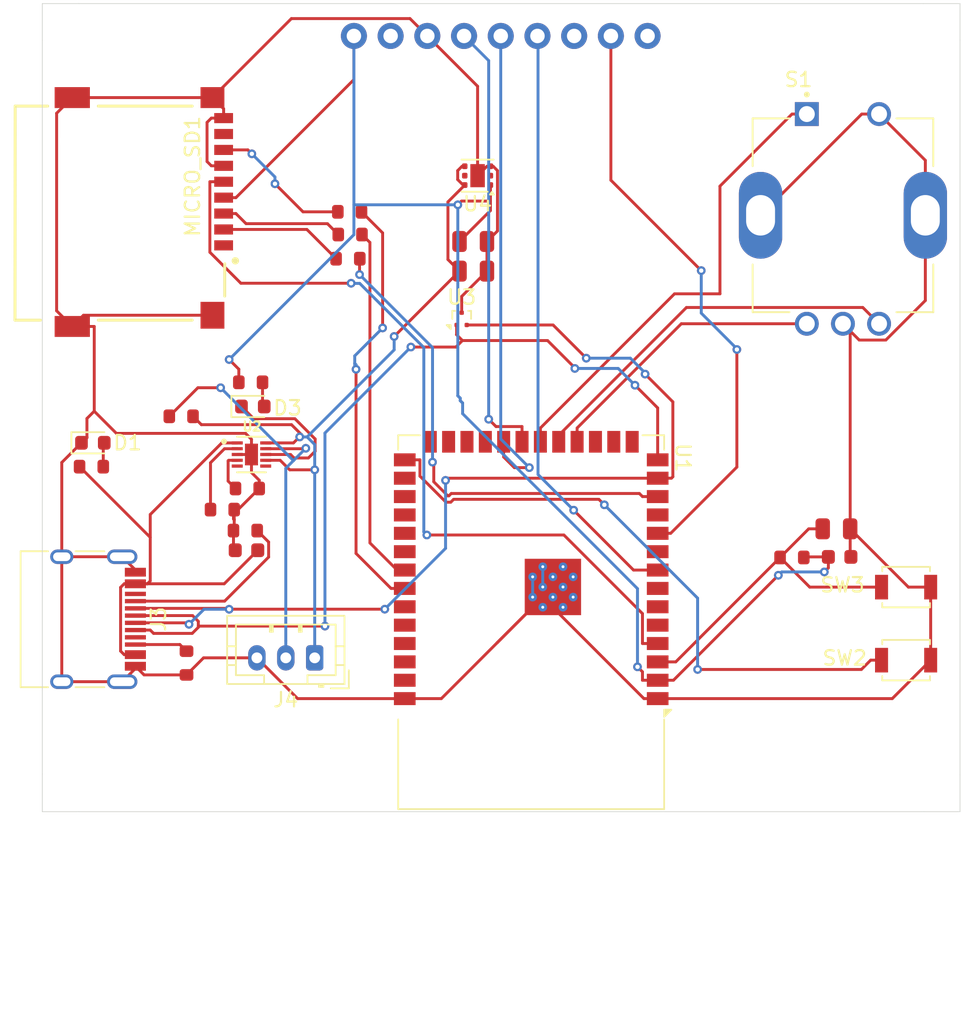
<source format=kicad_pcb>
(kicad_pcb (version 20241229) (generator "pcbnew") (generator_version "9.0")
  (layers (0 "F.Cu" signal) (2 "B.Cu" signal) (13 "F.Paste" user) (15 "B.Paste" user) (5 "F.SilkS" user "F.Silkscreen") (7 "B.SilkS" user "B.Silkscreen") (1 "F.Mask" user) (3 "B.Mask" user) (25 "Edge.Cuts" user))
  (net 0 "")
  (net 1 "GND")
  (net 2 "+3V3")
  (net 3 "EN")
  (net 4 "Net-(D1-A)")
  (net 5 "BAT_CHG")
  (net 6 "Net-(D3-A)")
  (net 8 "SD_CLK")
  (net 9 "Net-(MICRO_SD1-DAT0)")
  (net 10 "Net-(MICRO_SD1-CD{slash}DAT3)")
  (net 12 "Net-(MICRO_SD1-CMD)")
  (net 13 "+5V")
  (net 14 "RT_CLK")
  (net 15 "RT_DT")
  (net 16 "RT_SW")
  (net 17 "GPIO0")
  (net 19 "DISP_CS")
  (net 22 "D+")
  (net 24 "DISP_DI")
  (net 27 "D-")
  (net 31 "SD_CS")
  (net 32 "SD_MOSI")
  (net 39 "DISP_DISP")
  (net 44 "DISP_CLK")
  (net 45 "SD_MISO")
  (net 51 "SYS_OUT")
  (net 56 "Net-(J3-CC1)")
  (net 57 "Net-(J3-CC2)")
  (net 59 "BAT_NTC")
  (net 60 "Net-(U2-ISET)")
  (net 61 "Net-(U2-PRETERM)")
  (footprint "PCM_JLCPCB:R_0603" (layer "F.Cu") (at 171.2 65.73 180)
    (property "Reference" "R14" (hide yes))
    (property "Value" "10kΩ" (hide yes))
  )
  (footprint "MountingHole:MountingHole_2.5mm" (layer "F.Cu") (at 210.87 52.3)
    (property "Reference" "Mount2" (hide yes))
    (property "Value" "MountingHole_2.5mm" (hide yes))
  )
  (footprint "Package_SON:WSON-6-1EP_2x2mm_P0.65mm_EP1x1.6mm" (layer "F.Cu") (at 180.02 61.66 180)
    (property "Reference" "U4")
    (property "Value" "TLV75533PDRV" (hide yes))
  )
  (footprint "Package_TO_SOT_SMD:Texas_DRT-3" (layer "F.Cu") (at 178.92 71.56)
    (property "Reference" "U3")
    (property "Value" "TPD2EUSB30" (hide yes))
  )
  (footprint "PCM_JLCPCB:R_0603" (layer "F.Cu") (at 164.32 75.95)
    (property "Reference" "R12" (hide yes))
    (property "Value" "2.2K" (hide yes))
  )
  (footprint "PCM_JLCPCB:C_0603" (layer "F.Cu") (at 164.03 87.56 180)
    (property "Reference" "C1" (hide yes))
    (property "Value" "4.7uF" (hide yes))
  )
  (footprint "PCM_JLCPCB:C_0805" (layer "F.Cu") (at 179.72 66.21)
    (property "Reference" "C3" (hide yes))
    (property "Value" "10uF" (hide yes))
  )
  (footprint "PCM_JLCPCB:R_0603" (layer "F.Cu") (at 171.05 67.4 180)
    (property "Reference" "R11" (hide yes))
    (property "Value" "10kΩ" (hide yes))
  )
  (footprint "LED_SMD:LED_0603_1608Metric" (layer "F.Cu") (at 153.4 80.13)
    (property "Reference" "D1")
    (property "Value" "LED" (hide yes))
  )
  (footprint "Button_Switch_SMD:SW_SPST_B3U-1000P" (layer "F.Cu") (at 209.67 95.16 180)
    (property "Reference" "SW2")
    (property "Value" "SW_SPST" (hide yes))
  )
  (footprint "PCM_JLCPCB:R_0603" (layer "F.Cu") (at 201.77 88.06 180)
    (property "Reference" "R9" (hide yes))
    (property "Value" "5.1K" (hide yes))
  )
  (footprint "Connector_USB:USB_C_Receptacle_HRO_TYPE-C-31-M-12" (layer "F.Cu") (at 152.3 92.33 -90)
    (property "Reference" "J3")
    (property "Value" "USB_C_Receptacle_USB2.0_16P" (hide yes))
  )
  (footprint "MountingHole:MountingHole_2.5mm" (layer "F.Cu") (at 152.4387 52.2887)
    (property "Reference" "Mount1" (hide yes))
    (property "Value" "MountingHole_2.5mm" (hide yes))
  )
  (footprint "PCM_JLCPCB:C_0603" (layer "F.Cu") (at 205.07 88.02)
    (property "Reference" "C4" (hide yes))
    (property "Value" "100n" (hide yes))
  )
  (footprint "MountingHole:MountingHole_2.5mm" (layer "F.Cu") (at 152.44 103.1)
    (property "Reference" "Mount3" (hide yes))
    (property "Value" "MountingHole_2.5mm" (hide yes))
  )
  (footprint "PCM_JLCPCB:R_0603" (layer "F.Cu") (at 159.88 95.36 -90)
    (property "Reference" "R5" (hide yes))
    (property "Value" "5.1kΩ" (hide yes))
  )
  (footprint "MountingHole:MountingHole_2.5mm" (layer "F.Cu") (at 210.87 103.1)
    (property "Reference" "Mount4" (hide yes))
    (property "Value" "MountingHole_2.5mm" (hide yes))
  )
  (footprint "PCM_JLCPCB:R_0603" (layer "F.Cu") (at 162.36 84.75 180)
    (property "Reference" "R6" (hide yes))
    (property "Value" "1kΩ" (hide yes))
  )
  (footprint "PCM_JLCPCB:C_0805" (layer "F.Cu") (at 179.72 68.26)
    (property "Reference" "C2" (hide yes))
    (property "Value" "10uF" (hide yes))
  )
  (footprint "PCM_JLCPCB:R_0603" (layer "F.Cu") (at 159.51 78.3 180)
    (property "Reference" "R8" (hide yes))
    (property "Value" "10kΩ" (hide yes))
  )
  (footprint "Connector_JST:JST_PH_B3B-PH-K_1x03_P2.00mm_Vertical" (layer "F.Cu") (at 168.75 95 180)
    (property "Reference" "J4")
    (property "Value" "Conn_01x03" (hide yes))
  )
  (footprint "Button_Switch_SMD:SW_SPST_B3U-1000P" (layer "F.Cu") (at 209.67 90.11 180)
    (property "Reference" "SW3")
    (property "Value" "SW_SPST" (hide yes))
  )
  (footprint "PCM_JLCPCB:R_0603" (layer "F.Cu") (at 171.17 64.16 180)
    (property "Reference" "R13" (hide yes))
    (property "Value" "10kΩ" (hide yes))
  )
  (footprint "RF_Module:ESP32-S3-WROOM-1" (layer "F.Cu") (at 183.73 92.56 180)
    (property "Reference" "U1")
    (property "Value" "ESP32-S3-WROOM-1")
  )
  (footprint "PCM_JLCPCB:R_0603" (layer "F.Cu") (at 153.3 81.78)
    (property "Reference" "R10" (hide yes))
    (property "Value" "5.1K" (hide yes))
  )
  (footprint "PCM_JLCPCB:R_0603" (layer "F.Cu") (at 163.95 86.2)
    (property "Reference" "R4" (hide yes))
    (property "Value" "5.1kΩ" (hide yes))
  )
  (footprint "Pin01x09:Pins01x09" (layer "F.Cu") (at 171.463 52 90)
    (property "Reference" "J1" (hide yes))
    (property "Value" "Conn_01x09_Socket" (hide yes))
  )
  (footprint "TF-01A:TF-01A" (layer "F.Cu") (at 155.275 64.25 -90)
    (property "Reference" "MICRO_SD1")
    (property "Value" "TF-01A")
  )
  (footprint "BQ24040DSQR:SON40P200X200X80-11N" (layer "F.Cu") (at 164.375 80.94)
    (property "Reference" "U2")
    (property "Value" "BQ24040DSQR" (hide yes))
  )
  (footprint "RotatoryEncoder:XDCR_PEC11R-4220F-S0024" (layer "F.Cu") (at 205.3 64.4)
    (property "Reference" "S1")
    (property "Value" "PEC11R-4220F-S0024" (hide yes))
  )
  (footprint "PCM_JLCPCB:C_0805" (layer "F.Cu") (at 204.85 86.08)
    (property "Reference" "C5" (hide yes))
    (property "Value" "10uF" (hide yes))
  )
  (footprint "LED_SMD:LED_0603_1608Metric" (layer "F.Cu") (at 164.47 77.62)
    (property "Reference" "D3")
    (property "Value" "LED" (hide yes))
  )
  (footprint "PCM_JLCPCB:R_0603" (layer "F.Cu") (at 164.09 83.29 180)
    (property "Reference" "R7" (hide yes))
    (property "Value" "10kΩ" (hide yes))
  )
  (gr_line (start 213.4 105.6) (end 213.4 105.64) (stroke (width 0.05)) (layer "Edge.Cuts"))
  (gr_line (start 149.9 103.04) (end 149.9 105.64) (stroke (width 0.05)) (layer "Edge.Cuts"))
  (gr_line (start 149.9 49.76) (end 149.9 52.3) (stroke (width 0.05)) (layer "Edge.Cuts"))
  (gr_line (start 210.86 49.76) (end 213.4 49.76) (stroke (width 0.05)) (layer "Edge.Cuts"))
  (gr_line (start 213.4 52.3) (end 213.4 103.1) (stroke (width 0.05)) (layer "Edge.Cuts"))
  (gr_line (start 210.9 105.639685) (end 213.4 105.64) (stroke (width 0.05)) (layer "Edge.Cuts"))
  (gr_line (start 152.44 49.76) (end 149.9 49.76) (stroke (width 0.05)) (layer "Edge.Cuts"))
  (gr_line (start 149.9 103.04) (end 149.9 52.3) (stroke (width 0.05)) (layer "Edge.Cuts"))
  (gr_line (start 152.44 49.76) (end 210.86 49.76) (stroke (width 0.05)) (layer "Edge.Cuts"))
  (gr_line (start 213.4 103.1) (end 213.4 105.6) (stroke (width 0.05)) (layer "Edge.Cuts"))
  (gr_line (start 213.4 52.3) (end 213.4 49.76) (stroke (width 0.05)) (layer "Edge.Cuts"))
  (gr_line (start 152.44 105.64) (end 210.9 105.639685) (stroke (width 0.05)) (layer "Edge.Cuts"))
  (gr_line (start 152.44 105.64) (end 149.9 105.64) (stroke (width 0.05)) (layer "Edge.Cuts"))
  (segment (start 152.9672 79.7748) (end 152.9672 79.7753) (width 0.2) (layer "F.Cu") (net 1))
  (segment (start 156.345 89.08) (end 156.345 88.925) (width 0.2) (layer "F.Cu") (net 1))
  (segment (start 152.9817 79.7603) (end 152.9817 79.7608) (width 0.2) (layer "F.Cu") (net 1))
  (segment (start 156.345 95.58) (end 156.345 95.735) (width 0.2) (layer "F.Cu") (net 1))
  (segment (start 152.9667 79.7753) (end 152.9667 79.7758) (width 0.2) (layer "F.Cu") (net 1))
  (segment (start 152.9842 79.7583) (end 152.9837 79.7583) (width 0.2) (layer "F.Cu") (net 1))
  (segment (start 184.53 90.1) (end 185.23 90.1) (width 0.2) (layer "F.Cu") (net 1))
  (segment (start 163.18 84.75) (end 163.18 85.45) (width 0.2) (layer "F.Cu") (net 1))
  (segment (start 176.543 52) (end 175.342 50.799) (width 0.2) (layer "F.Cu") (net 1))
  (segment (start 162.449 57.0352) (end 161.675 56.2614) (width 0.2) (layer "F.Cu") (net 1))
  (segment (start 152.9862 79.7558) (end 152.9862 79.7563) (width 0.2) (layer "F.Cu") (net 1))
  (segment (start 152.9627 79.7793) (end 152.612 80.13) (width 0.2) (layer "F.Cu") (net 1))
  (segment (start 152.9702 79.7723) (end 152.9697 79.7723) (width 0.2) (layer "F.Cu") (net 1))
  (segment (start 152.9822 79.7603) (end 152.9817 79.7603) (width 0.2) (layer "F.Cu") (net 1))
  (segment (start 180.67 61.01) (end 180.02 61.66) (width 0.2) (layer "F.Cu") (net 1))
  (segment (start 152.9827 79.7598) (end 152.9822 79.7598) (width 0.2) (layer "F.Cu") (net 1))
  (segment (start 152.9812 79.7608) (end 152.9812 79.7613) (width 0.2) (layer "F.Cu") (net 1))
  (segment (start 178.92 70.01) (end 180.67 68.26) (width 0.2) (layer "F.Cu") (net 1))
  (segment (start 155.43 96.65) (end 151.25 96.65) (width 0.2) (layer "F.Cu") (net 1))
  (segment (start 180.67 66.21) (end 180.67 68.26) (width 0.2) (layer "F.Cu") (net 1))
  (segment (start 192.48 97.82) (end 208.71 97.82) (width 0.2) (layer "F.Cu") (net 1))
  (segment (start 152.9682 79.7743) (end 152.9677 79.7743) (width 0.2) (layer "F.Cu") (net 1))
  (segment (start 152.9692 79.7733) (end 152.9687 79.7733) (width 0.2) (layer "F.Cu") (net 1))
  (segment (start 152.9707 79.7718) (end 152.9702 79.7718) (width 0.2) (layer "F.Cu") (net 1))
  (segment (start 152.9782 79.7643) (end 152.9777 79.7643) (width 0.2) (layer "F.Cu") (net 1))
  (segment (start 205.8 72.4) (end 205.3 71.9) (width 0.2) (layer "F.Cu") (net 1))
  (segment (start 152.9647 79.7778) (end 152.9642 79.7778) (width 0.2) (layer "F.Cu") (net 1))
  (segment (start 152.9812 79.7613) (end 152.9807 79.7613) (width 0.2) (layer "F.Cu") (net 1))
  (segment (start 152.9637 79.7788) (end 152.9632 79.7788) (width 0.2) (layer "F.Cu") (net 1))
  (segment (start 152.9727 79.7693) (end 152.9727 79.7698) (width 0.2) (layer "F.Cu") (net 1))
  (segment (start 152.9647 79.7773) (end 152.9647 79.7778) (width 0.2) (layer "F.Cu") (net 1))
  (segment (start 152.9787 79.7638) (end 152.9782 79.7638) (width 0.2) (layer "F.Cu") (net 1))
  (segment (start 152.9752 79.7668) (end 152.9752 79.7673) (width 0.2) (layer "F.Cu") (net 1))
  (segment (start 211.37 95.16) (end 211.37 90.11) (width 0.2) (layer "F.Cu") (net 1))
  (segment (start 152.9677 79.7748) (end 152.9672 79.7748) (width 0.2) (layer "F.Cu") (net 1))
  (segment (start 183.83 91.5) (end 183.83 90.8) (width 0.2) (layer "F.Cu") (net 1))
  (segment (start 205.3 71.9) (end 206.426 73.026) (width 0.2) (layer "F.Cu") (net 1))
  (segment (start 211 60.6) (end 207.8 57.4) (width 0.2) (layer "F.Cu") (net 1))
  (segment (start 163.25 87.56) (end 163.17 87.56) (width 0.2) (layer "F.Cu") (net 1))
  (segment (start 205.8 87.97) (end 205.85 88.02) (width 0.2) (layer "F.Cu") (net 1))
  (segment (start 152.9892 79.7533) (end 152.9887 79.7533) (width 0.2) (layer "F.Cu") (net 1))
  (segment (start 211 70.2924) (end 211 64.4) (width 0.2) (layer "F.Cu") (net 1))
  (segment (start 152.9717 79.7703) (end 152.9717 79.7708) (width 0.2) (layer "F.Cu") (net 1))
  (segment (start 152.9832 79.7593) (end 152.9827 79.7593) (width 0.2) (layer "F.Cu") (net 1))
  (segment (start 152.9667 79.7758) (end 152.9662 79.7758) (width 0.2) (layer "F.Cu") (net 1))
  (segment (start 152.9702 79.7718) (end 152.9702 79.7723) (width 0.2) (layer "F.Cu") (net 1))
  (segment (start 152.9657 79.7768) (end 152.9652 79.7768) (width 0.2) (layer "F.Cu") (net 1))
  (segment (start 152.9747 79.7673) (end 152.9747 79.7678) (width 0.2) (layer "F.Cu") (net 1))
  (segment (start 185.23 91.16) (end 185.23 90.8) (width 0.2) (layer "F.Cu") (net 1))
  (segment (start 163.18 84.75) (end 163.45 84.75) (width 0.2) (layer "F.Cu") (net 1))
  (segment (start 152.9867 79.7558) (end 152.9862 79.7558) (width 0.2) (layer "F.Cu") (net 1))
  (segment (start 152.9877 79.7543) (end 152.9877 79.7548) (width 0.2) (layer "F.Cu") (net 1))
  (segment (start 164.375 80.94) (end 164.375 79.8883) (width 0.2) (layer "F.Cu") (net 1))
  (segment (start 153.4959 77.9466) (end 152.9902 78.4523) (width 0.2) (layer "F.Cu") (net 1))
  (segment (start 174.98 97.82) (end 167.57 97.82) (width 0.2) (layer "F.Cu") (net 1))
  (segment (start 155.43 88.01) (end 151.25 88.01) (width 0.2) (layer "F.Cu") (net 1))
  (segment (start 152.9802 79.7623) (end 152.9797 79.7623) (width 0.2) (layer "F.Cu") (net 1))
  (segment (start 152.9632 79.7788) (end 152.9632 79.7793) (width 0.2) (layer "F.Cu") (net 1))
  (segment (start 163.18 85.45) (end 163.18 86.15) (width 0.2) (layer "F.Cu") (net 1))
  (segment (start 152.9797 79.7623) (end 152.9797 79.7628) (width 0.2) (layer "F.Cu") (net 1))
  (segment (start 152.9712 79.7708) (end 152.9712 79.7713) (width 0.2) (layer "F.Cu") (net 1))
  (segment (start 152.9862 79.7563) (end 152.9857 79.7563) (width 0.2) (layer "F.Cu") (net 1))
  (segment (start 211 64.4) (end 211 60.6) (width 0.2) (layer "F.Cu") (net 1))
  (segment (start 181.37 93.96) (end 185.23 90.1) (width 0.2) (layer "F.Cu") (net 1))
  (segment (start 164.75 95) (end 161.06 95) (width 0.2) (layer "F.Cu") (net 1))
  (segment (start 211.37 90.11) (end 209.83 90.11) (width 0.2) (layer "F.Cu") (net 1))
  (segment (start 152.9777 79.7648) (end 152.9772 79.7648) (width 0.2) (layer "F.Cu") (net 1))
  (segment (start 150.893 71.0046) (end 150.893 57.343) (width 0.2) (layer "F.Cu") (net 1))
  (segment (start 152.9872 79.7548) (end 152.9872 79.7553) (width 0.2) (layer "F.Cu") (net 1))
  (segment (start 209.83 90.11) (end 205.8 86.08) (width 0.2) (layer "F.Cu") (net 1))
  (segment (start 152.9692 79.7728) (end 152.9692 79.7733) (width 0.2) (layer "F.Cu") (net 1))
  (segment (start 152.9742 79.7683) (end 152.9737 79.7683) (width 0.2) (layer "F.Cu") (net 1))
  (segment (start 181.396 65.484) (end 181.396 61.311) (width 0.2) (layer "F.Cu") (net 1))
  (segment (start 152.9877 79.7548) (end 152.9872 79.7548) (width 0.2) (layer "F.Cu") (net 1))
  (segment (start 180.9075 61.01) (end 180.67 61.01) (width 0.2) (layer "F.Cu") (net 1))
  (segment (start 163.13 85.4) (end 163.13 84.85) (width 0.2) (layer "F.Cu") (net 1))
  (segment (start 152.9792 79.7628) (end 152.9792 79.7633) (width 0.2) (layer "F.Cu") (net 1))
  (segment (start 152.9897 79.7528) (end 152.9892 79.7528) (width 0.2) (layer "F.Cu") (net 1))
  (segment (start 180.02 55.477) (end 176.543 52) (width 0.2) (layer "F.Cu") (net 1))
  (segment (start 161.06 95) (end 159.88 96.18) (width 0.2) (layer "F.Cu") (net 1))
  (segment (start 191.53 97.82) (end 185.23 91.52) (width 0.2) (layer "F.Cu") (net 1))
  (segment (start 152.9642 79.7783) (end 152.9637 79.7783) (width 0.2) (layer "F.Cu") (net 1))
  (segment (start 185.23 90.45) (end 185.58 90.45) (width 0.2) (layer "F.Cu") (net 1))
  (segment (start 207.8 57.4) (end 206.6 57.4) (width 0.2) (layer "F.Cu") (net 1))
  (segment (start 152.9672 79.7753) (end 152.9667 79.7753) (width 0.2) (layer "F.Cu") (net 1))
  (segment (start 167.57 97.82) (end 164.75 95) (width 0.2) (layer "F.Cu") (net 1))
  (segment (start 152.75 71.3112) (end 151.975 72.0862) (width 0.2) (layer "F.Cu") (net 1))
  (segment (start 152.9737 79.7683) (end 152.9737 79.7688) (width 0.2) (layer "F.Cu") (net 1))
  (segment (start 152.9757 79.7663) (end 152.9757 79.7668) (width 0.2) (layer "F.Cu") (net 1))
  (segment (start 156.345 88.925) (end 155.43 88.01) (width 0.2) (layer "F.Cu") (net 1))
  (segment (start 185.23 90.8) (end 185.23 90.45) (width 0.2) (layer "F.Cu") (net 1))
  (segment (start 180.67 66.21) (end 181.396 65.484) (width 0.2) (layer "F.Cu") (net 1))
  (segment (start 161.675 71.3112) (end 152.75 71.3112) (width 0.2) (layer "F.Cu") (net 1))
  (segment (start 152.9662 79.7763) (end 152.9657 79.7763) (width 0.2) (layer "F.Cu") (net 1))
  (segment (start 152.9722 79.7703) (end 152.9717 79.7703) (width 0.2) (layer "F.Cu") (net 1))
  (segment (start 152.9807 79.7618) (end 152.9802 79.7618) (width 0.2) (layer "F.Cu") (net 1))
  (segment (start 152.9752 79.7673) (end 152.9747 79.7673) (width 0.2) (layer "F.Cu") (net 1))
  (segment (start 181.095 61.01) (end 180.9075 61.01) (width 0.2) (layer "F.Cu") (net 1))
  (segment (start 152.9627 79.7798) (end 152.6125 80.13) (width 0.2) (layer "F.Cu") (net 1))
  (segment (start 163.9659 79.4792) (end 164.375 79.8883) (width 0.2) (layer "F.Cu") (net 1))
  (segment (start 152.9677 79.7743) (end 152.9677 79.7748) (width 0.2) (layer "F.Cu") (net 1))
  (segment (start 185.77 91.34) (end 185.93 91.5) (width 0.2) (layer "F.Cu") (net 1))
  (segment (start 152.9842 79.7578) (end 152.9842 79.7583) (width 0.2) (layer "F.Cu") (net 1))
  (segment (start 152.9837 79.7583) (end 152.9837 79.7588) (width 0.2) (layer "F.Cu") (net 1))
  (segment (start 185.23 91.34) (end 185.77 91.34) (width 0.2) (layer "F.Cu") (net 1))
  (segment (start 152.9772 79.7653) (end 152.9767 79.7653) (width 0.2) (layer "F.Cu") (net 1))
  (segment (start 164.91 83.29) (end 164.91 82.72) (width 0.2) (layer "F.Cu") (net 1))
  (segment (start 151.25 81.4925) (end 152.612 80.13) (width 0.2) (layer "F.Cu") (net 1))
  (segment (start 152.9807 79.7613) (end 152.9807 79.7618) (width 0.2) (layer "F.Cu") (net 1))
  (segment (start 152.9632 79.7793) (end 152.9627 79.7793) (width 0.2) (layer "F.Cu") (net 1))
  (segment (start 152.9887 79.7538) (end 152.9882 79.7538) (width 0.2) (layer "F.Cu") (net 1))
  (segment (start 152.9897 79.7523) (end 152.9897 79.7528) (width 0.2) (layer "F.Cu") (net 1))
  (segment (start 152.9857 79.7568) (end 152.9852 79.7568) (width 0.2) (layer "F.Cu") (net 1))
  (segment (start 161.675 56.2614) (end 151.975 56.2614) (width 0.2) (layer "F.Cu") (net 1))
  (segment (start 162.4488 57.6798) (end 162.449 57.6798) (width 0.2) (layer "F.Cu") (net 1))
  (segment (start 151.25 96.65) (end 151.25 88.01) (width 0.2) (layer "F.Cu") (net 1))
  (segment (start 152.9732 79.7688) (end 152.9732 79.7693) (width 0.2) (layer "F.Cu") (net 1))
  (segment (start 163.13 86.2) (end 163.13 87.6) (width 0.2) (layer "F.Cu") (net 1))
  (segment (start 152.9817 79.7608) (end 152.9812 79.7608) (width 0.2) (layer "F.Cu") (net 1))
  (segment (start 152.9652 79.7768) (end 152.9652 79.7773) (width 0.2) (layer "F.Cu") (net 1))
  (segment (start 152.9847 79.7573) (end 152.9847 79.7578) (width 0.2) (layer "F.Cu") (net 1))
  (segment (start 152.9762 79.7658) (end 152.9762 79.7663) (width 0.2) (layer "F.Cu") (net 1))
  (segment (start 161.599 60.9798) (end 161.3 60.681) (width 0.2) (layer "F.Cu") (net 1))
  (segment (start 151.25 88.01) (end 151.25 81.4925) (width 0.2) (layer "F.Cu") (net 1))
  (segment (start 156.945 96.18) (end 156.345 95.58) (width 0.2) (layer "F.Cu") (net 1))
  (segment (start 181.396 61.311) (end 181.095 61.01) (width 0.2) (layer "F.Cu") (net 1))
  (segment (start 167.137 50.799) (end 161.675 56.2614) (width 0.2) (layer "F.Cu") (net 1))
  (segment (start 192.48 97.82) (end 191.53 97.82) (width 0.2) (layer "F.Cu") (net 1))
  (segment (start 152.9792 79.7633) (end 152.9787 79.7633) (width 0.2) (layer "F.Cu") (net 1))
  (segment (start 152.9747 79.7678) (end 152.9742 79.7678) (width 0.2) (layer "F.Cu") (net 1))
  (segment (start 151.975 72.0862) (end 153.4959 72.0862) (width 0.2) (layer "F.Cu") (net 1))
  (segment (start 163.17 87.56) (end 163.13 87.6) (width 0.2) (layer "F.Cu") (net 1))
  (segment (start 181.37 93.96) (end 183.83 91.5) (width 0.2) (layer "F.Cu") (net 1))
  (segment (start 152.9737 79.7688) (end 152.9732 79.7688) (width 0.2) (layer "F.Cu") (net 1))
  (segment (start 185.23 91.16) (end 184.87 91.16) (width 0.2) (layer "F.Cu") (net 1))
  (segment (start 163.18 85.45) (end 163.13 85.4) (width 0.2) (layer "F.Cu") (net 1))
  (segment (start 161.599 57.6798) (end 162.4488 57.6798) (width 0.2) (layer "F.Cu") (net 1))
  (segment (start 151.975 72.0862) (end 150.893 71.0046) (width 0.2) (layer "F.Cu") (net 1))
  (segment (start 163.13 84.85) (end 163.14 84.84) (width 0.2) (layer "F.Cu") (net 1))
  (segment (start 152.9782 79.7638) (end 152.9782 79.7643) (width 0.2) (layer "F.Cu") (net 1))
  (segment (start 152.9847 79.7578) (end 152.9842 79.7578) (width 0.2) (layer "F.Cu") (net 1))
  (segment (start 185.23 90.45) (end 185.23 90.1) (width 0.2) (layer "F.Cu") (net 1))
  (segment (start 152.9772 79.7648) (end 152.9772 79.7653) (width 0.2) (layer "F.Cu") (net 1))
  (segment (start 185.23 89.4) (end 183.83 89.4) (width 0.2) (layer "F.Cu") (net 1))
  (segment (start 155.0285 79.4792) (end 163.9659 79.4792) (width 0.2) (layer "F.Cu") (net 1))
  (segment (start 180.02 61.66) (end 180.02 55.477) (width 0.2) (layer "F.Cu") (net 1))
  (segment (start 152.9822 79.7598) (end 152.9822 79.7603) (width 0.2) (layer "F.Cu") (net 1))
  (segment (start 178.92 71.135) (end 178.92 70.01) (width 0.2) (layer "F.Cu") (net 1))
  (segment (start 163.18 86.15) (end 163.13 86.2) (width 0.2) (layer "F.Cu") (net 1))
  (segment (start 152.9892 79.7528) (end 152.9892 79.7533) (width 0.2) (layer "F.Cu") (net 1))
  (segment (start 185.23 91.52) (end 185.23 91.34) (width 0.2) (layer "F.Cu") (net 1))
  (segment (start 184.87 91.16) (end 184.53 91.5) (width 0.2) (layer "F.Cu") (net 1))
  (segment (start 177.51 97.82) (end 181.37 93.96) (width 0.2) (layer "F.Cu") (net 1))
  (segment (start 152.9777 79.7643) (end 152.9777 79.7648) (width 0.2) (layer "F.Cu") (net 1))
  (segment (start 208.266 73.026) (end 211 70.2924) (width 0.2) (layer "F.Cu") (net 1))
  (segment (start 163.27 84.66) (end 163.18 84.75) (width 0.2) (layer "F.Cu") (net 1))
  (segment (start 174.98 97.82) (end 177.51 97.82) (width 0.2) (layer "F.Cu") (net 1))
  (segment (start 152.9902 78.4523) (end 152.9902 79.7523) (width 0.2) (layer "F.Cu") (net 1))
  (segment (start 152.9837 79.7588) (end 152.9832 79.7588) (width 0.2) (layer "F.Cu") (net 1))
  (segment (start 152.9687 79.7733) (end 152.9687 79.7738) (width 0.2) (layer "F.Cu") (net 1))
  (segment (start 152.9697 79.7723) (end 152.9697 79.7728) (width 0.2) (layer "F.Cu") (net 1))
  (segment (start 159.88 96.18) (end 156.945 96.18) (width 0.2) (layer "F.Cu") (net 1))
  (segment (start 186.63 89.4) (end 185.23 89.4) (width 0.2) (layer "F.Cu") (net 1))
  (segment (start 152.9787 79.7633) (end 152.9787 79.7638) (width 0.2) (layer "F.Cu") (net 1))
  (segment (start 152.9732 79.7693) (end 152.9727 79.7693) (width 0.2) (layer "F.Cu") (net 1))
  (segment (start 153.4959 77.9466) (end 155.0285 79.4792) (width 0.2) (layer "F.Cu") (net 1))
  (segment (start 152.9652 79.7773) (end 152.9647 79.7773) (width 0.2) (layer "F.Cu") (net 1))
  (segment (start 186.63 90.8) (end 185.23 90.8) (width 0.2) (layer "F.Cu") (net 1))
  (segment (start 152.9902 79.7523) (end 152.9897 79.7523) (width 0.2) (layer "F.Cu") (net 1))
  (segment (start 153.4959 72.0862) (end 153.4959 77.9466) (width 0.2) (layer "F.Cu") (net 1))
  (segment (start 152.9637 79.7783) (end 152.9637 79.7788) (width 0.2) (layer "F.Cu") (net 1))
  (segment (start 152.9827 79.7593) (end 152.9827 79.7598) (width 0.2) (layer "F.Cu") (net 1))
  (segment (start 152.9722 79.7698) (end 152.9722 79.7703) (width 0.2) (layer "F.Cu") (net 1))
  (segment (start 206.426 73.026) (end 208.266 73.026) (width 0.2) (layer "F.Cu") (net 1))
  (segment (start 152.9767 79.7658) (end 152.9762 79.7658) (width 0.2) (layer "F.Cu") (net 1))
  (segment (start 152.9882 79.7538) (end 152.9882 79.7543) (width 0.2) (layer "F.Cu") (net 1))
  (segment (start 152.9797 79.7628) (end 152.9792 79.7628) (width 0.2) (layer "F.Cu") (net 1))
  (segment (start 185.93 88.7) (end 184.53 88.7) (width 0.2) (layer "F.Cu") (net 1))
  (segment (start 205.8 86.08) (end 205.8 87.97) (width 0.2) (layer "F.Cu") (net 1))
  (segment (start 163.13 87.6) (end 163.09 87.64) (width 0.2) (layer "F.Cu") (net 1))
  (segment (start 152.9762 79.7663) (end 152.9757 79.7663) (width 0.2) (layer "F.Cu") (net 1))
  (segment (start 152.9707 79.7713) (end 152.9707 79.7718) (width 0.2) (layer "F.Cu") (net 1))
  (segment (start 152.9882 79.7543) (end 152.9877 79.7543) (width 0.2) (layer "F.Cu") (net 1))
  (segment (start 152.9832 79.7588) (end 152.9832 79.7593) (width 0.2) (layer "F.Cu") (net 1))
  (segment (start 152.9742 79.7678) (end 152.9742 79.7683) (width 0.2) (layer "F.Cu") (net 1))
  (segment (start 185.23 91.34) (end 185.23 91.16) (width 0.2) (layer "F.Cu") (net 1))
  (segment (start 152.9682 79.7738) (end 152.9682 79.7743) (width 0.2) (layer "F.Cu") (net 1))
  (segment (start 164.375 82.185) (end 164.375 80.94) (width 0.2) (layer "F.Cu") (net 1))
  (segment (start 152.9852 79.7573) (end 152.9847 79.7573) (width 0.2) (layer "F.Cu") (net 1))
  (segment (start 152.9642 79.7778) (end 152.9642 79.7783) (width 0.2) (layer "F.Cu") (net 1))
  (segment (start 206.6 57.4) (end 199.6 64.4) (width 0.2) (layer "F.Cu") (net 1))
  (segment (start 163.45 84.75) (end 164.91 83.29) (width 0.2) (layer "F.Cu") (net 1))
  (segment (start 152.9852 79.7568) (end 152.9852 79.7573) (width 0.2) (layer "F.Cu") (net 1))
  (segment (start 162.449 57.6798) (end 162.449 57.0352) (width 0.2) (layer "F.Cu") (net 1))
  (segment (start 152.9687 79.7738) (end 152.9682 79.7738) (width 0.2) (layer "F.Cu") (net 1))
  (segment (start 185.58 90.45) (end 185.93 90.1) (width 0.2) (layer "F.Cu") (net 1))
  (segment (start 175.342 50.799) (end 167.137 50.799) (width 0.2) (layer "F.Cu") (net 1))
  (segment (start 161.3 60.681) (end 161.3 57.9786) (width 0.2) (layer "F.Cu") (net 1))
  (segment (start 205.8 86.08) (end 205.8 72.4) (width 0.2) (layer "F.Cu") (net 1))
  (segment (start 152.9867 79.7553) (end 152.9867 79.7558) (width 0.2) (layer "F.Cu") (net 1))
  (segment (start 152.9802 79.7618) (end 152.9802 79.7623) (width 0.2) (layer "F.Cu") (net 1))
  (segment (start 152.9767 79.7653) (end 152.9767 79.7658) (width 0.2) (layer "F.Cu") (net 1))
  (segment (start 156.345 95.735) (end 155.43 96.65) (width 0.2) (layer "F.Cu") (net 1))
  (segment (start 152.9627 79.7793) (end 152.9627 79.7798) (width 0.2) (layer "F.Cu") (net 1))
  (segment (start 152.9757 79.7668) (end 152.9752 79.7668) (width 0.2) (layer "F.Cu") (net 1))
  (segment (start 208.71 97.82) (end 211.37 95.16) (width 0.2) (layer "F.Cu") (net 1))
  (segment (start 152.9697 79.7728) (end 152.9692 79.7728) (width 0.2) (layer "F.Cu") (net 1))
  (segment (start 162.4488 60.9798) (end 161.599 60.9798) (width 0.2) (layer "F.Cu") (net 1))
  (segment (start 150.893 57.343) (end 151.975 56.2614) (width 0.2) (layer "F.Cu") (net 1))
  (segment (start 152.9717 79.7708) (end 152.9712 79.7708) (width 0.2) (layer "F.Cu") (net 1))
  (segment (start 161.3 57.9786) (end 161.599 57.6798) (width 0.2) (layer "F.Cu") (net 1))
  (segment (start 152.9662 79.7758) (end 152.9662 79.7763) (width 0.2) (layer "F.Cu") (net 1))
  (segment (start 162.449 60.9798) (end 162.4488 60.9798) (width 0.2) (layer "F.Cu") (net 1))
  (segment (start 152.9727 79.7698) (end 152.9722 79.7698) (width 0.2) (layer "F.Cu") (net 1))
  (segment (start 164.91 82.72) (end 164.375 82.185) (width 0.2) (layer "F.Cu") (net 1))
  (segment (start 152.9857 79.7563) (end 152.9857 79.7568) (width 0.2) (layer "F.Cu") (net 1))
  (segment (start 152.9657 79.7763) (end 152.9657 79.7768) (width 0.2) (layer "F.Cu") (net 1))
  (segment (start 152.9887 79.7533) (end 152.9887 79.7538) (width 0.2) (layer "F.Cu") (net 1))
  (segment (start 152.9712 79.7713) (end 152.9707 79.7713) (width 0.2) (layer "F.Cu") (net 1))
  (segment (start 164.375 80.94) (end 163.39 80.94) (width 0.2) (layer "F.Cu") (net 1))
  (segment (start 152.9872 79.7553) (end 152.9867 79.7553) (width 0.2) (layer "F.Cu") (net 1))
  (segment (start 184.53 88.7) (end 184.53 90.1) (width 0.2) (layer "B.Cu") (net 1))
  (segment (start 183.83 90.8) (end 183.83 89.4) (width 0.2) (layer "B.Cu") (net 1))
  (segment (start 171.463 55.0156) (end 163.299 63.1798) (width 0.2) (layer "F.Cu") (net 2))
  (segment (start 162.4488 63.1798) (end 162.6404 63.1798) (width 0.2) (layer "F.Cu") (net 2))
  (segment (start 162.8298 74.3733) (end 163.5 75.0435) (width 0.2) (layer "F.Cu") (net 2))
  (segment (start 162.6404 63.1798) (end 162.449 63.1798) (width 0.2) (layer "F.Cu") (net 2))
  (segment (start 204.29 88.78) (end 204.01 89.06) (width 0.2) (layer "F.Cu") (net 2))
  (segment (start 192.48 96.55) (end 191.4283 96.55) (width 0.2) (layer "F.Cu") (net 2))
  (segment (start 180.908 64.0725) (end 180.908 63.4163) (width 0.2) (layer "F.Cu") (net 2))
  (segment (start 191.4283 95.9674) (end 191.4283 96.55) (width 0.2) (layer "F.Cu") (net 2))
  (segment (start 180.9075 62.7597) (end 180.908 62.7602) (width 0.2) (layer "F.Cu") (net 2))
  (segment (start 204.29 88.02) (end 202.63 88.02) (width 0.2) (layer "F.Cu") (net 2))
  (segment (start 178.9105 63.4163) (end 178.6523 63.6745) (width 0.2) (layer "F.Cu") (net 2))
  (segment (start 191.0835 95.6226) (end 191.4283 95.9674) (width 0.2) (layer "F.Cu") (net 2))
  (segment (start 180.908 62.7602) (end 180.908 62.31) (width 0.2) (layer "F.Cu") (net 2))
  (segment (start 202.63 88.02) (end 202.59 88.06) (width 0.2) (layer "F.Cu") (net 2))
  (segment (start 178.77 66.21) (end 180.908 64.0725) (width 0.2) (layer "F.Cu") (net 2))
  (segment (start 163.5 75.0435) (end 163.5 75.95) (width 0.2) (layer "F.Cu") (net 2))
  (segment (start 180.908 63.4163) (end 180.908 62.7602) (width 0.2) (layer "F.Cu") (net 2))
  (segment (start 200.83 89.29) (end 193.57 96.55) (width 0.2) (layer "F.Cu") (net 2))
  (segment (start 180.908 63.4163) (end 178.9105 63.4163) (width 0.2) (layer "F.Cu") (net 2))
  (segment (start 204.29 88.02) (end 204.29 88.78) (width 0.2) (layer "F.Cu") (net 2))
  (segment (start 180.9075 62.31) (end 180.9075 62.7597) (width 0.2) (layer "F.Cu") (net 2))
  (segment (start 171.463 52) (end 171.463 55.0156) (width 0.2) (layer "F.Cu") (net 2))
  (segment (start 163.299 63.1798) (end 162.6404 63.1798) (width 0.2) (layer "F.Cu") (net 2))
  (segment (start 193.57 96.55) (end 192.48 96.55) (width 0.2) (layer "F.Cu") (net 2))
  (via (at 200.83 89.29) (size 0.6) (drill 0.3) (layers "F.Cu" "B.Cu") (net 2))
  (via (at 191.0835 95.6226) (size 0.6) (drill 0.3) (layers "F.Cu" "B.Cu") (net 2))
  (via (at 204.01 89.06) (size 0.6) (drill 0.3) (layers "F.Cu" "B.Cu") (net 2))
  (via (at 162.8298 74.3733) (size 0.6) (drill 0.3) (layers "F.Cu" "B.Cu") (net 2))
  (via (at 178.6523 63.6745) (size 0.6) (drill 0.3) (layers "F.Cu" "B.Cu") (net 2))
  (segment (start 178.9849 78.1178) (end 178.9849 77.3796) (width 0.2) (layer "B.Cu") (net 2))
  (segment (start 178.6523 63.6745) (end 171.463 63.6745) (width 0.2) (layer "B.Cu") (net 2))
  (segment (start 178.8186 77.2133) (end 178.8186 77.0456) (width 0.2) (layer "B.Cu") (net 2))
  (segment (start 178.6523 76.8793) (end 178.6523 63.6745) (width 0.2) (layer "B.Cu") (net 2))
  (segment (start 178.9849 77.3796) (end 178.8186 77.2133) (width 0.2) (layer "B.Cu") (net 2))
  (segment (start 178.8186 77.0456) (end 178.6523 76.8793) (width 0.2) (layer "B.Cu") (net 2))
  (segment (start 191.0835 95.6226) (end 191.0835 90.2164) (width 0.2) (layer "B.Cu") (net 2))
  (segment (start 204.01 89.06) (end 201.06 89.06) (width 0.2) (layer "B.Cu") (net 2))
  (segment (start 178.8186 77.0456) (end 178.6523 76.8793) (width 0.2) (layer "B.Cu") (net 2))
  (segment (start 171.463 65.7401) (end 162.8298 74.3733) (width 0.2) (layer "B.Cu") (net 2))
  (segment (start 171.463 63.6745) (end 171.463 65.7401) (width 0.2) (layer "B.Cu") (net 2))
  (segment (start 201.06 89.06) (end 200.83 89.29) (width 0.2) (layer "B.Cu") (net 2))
  (segment (start 171.463 52) (end 171.463 63.6745) (width 0.2) (layer "B.Cu") (net 2))
  (segment (start 191.0835 90.2164) (end 178.9849 78.1178) (width 0.2) (layer "B.Cu") (net 2))
  (segment (start 178.9849 77.3796) (end 178.8186 77.2133) (width 0.2) (layer "B.Cu") (net 2))
  (segment (start 207.97 90.11) (end 203 90.11) (width 0.2) (layer "F.Cu") (net 3))
  (segment (start 200.95 88.06) (end 193.73 95.28) (width 0.2) (layer "F.Cu") (net 3))
  (segment (start 203.9 86.08) (end 202.93 86.08) (width 0.2) (layer "F.Cu") (net 3))
  (segment (start 203 90.11) (end 200.95 88.06) (width 0.2) (layer "F.Cu") (net 3))
  (segment (start 193.73 95.28) (end 192.48 95.28) (width 0.2) (layer "F.Cu") (net 3))
  (segment (start 202.93 86.08) (end 200.95 88.06) (width 0.2) (layer "F.Cu") (net 3))
  (segment (start 154.12 80.1975) (end 154.1877 80.1302) (width 0.2) (layer "F.Cu") (net 4))
  (segment (start 154.1877 80.1302) (end 154.188 80.13) (width 0.2) (layer "F.Cu") (net 4))
  (segment (start 154.12 81.78) (end 154.12 80.1975) (width 0.2) (layer "F.Cu") (net 4))
  (segment (start 154.1875 80.13) (end 154.1877 80.1302) (width 0.2) (layer "F.Cu") (net 4))
  (segment (start 167.08 80.94) (end 167.32 81.18) (width 0.2) (layer "F.Cu") (net 5))
  (segment (start 168.7796 80.7149) (end 168.7796 79.8662) (width 0.2) (layer "F.Cu") (net 5))
  (segment (start 165.36 80.94) (end 167.08 80.94) (width 0.2) (layer "F.Cu") (net 5))
  (segment (start 164.5285 78.466) (end 163.6825 77.62) (width 0.2) (layer "F.Cu") (net 5))
  (segment (start 168.7796 79.8662) (end 167.3794 78.466) (width 0.2) (layer "F.Cu") (net 5))
  (segment (start 167.32 81.18) (end 168.3145 81.18) (width 0.2) (layer "F.Cu") (net 5))
  (segment (start 167.3794 78.466) (end 164.5285 78.466) (width 0.2) (layer "F.Cu") (net 5))
  (segment (start 168.3145 81.18) (end 168.7796 80.7149) (width 0.2) (layer "F.Cu") (net 5))
  (segment (start 165.2575 77.62) (end 165.2577 77.6198) (width 0.2) (layer "F.Cu") (net 6))
  (segment (start 165.14 77.5025) (end 165.2577 77.6198) (width 0.2) (layer "F.Cu") (net 6))
  (segment (start 165.14 75.95) (end 165.14 77.5025) (width 0.2) (layer "F.Cu") (net 6))
  (segment (start 165.2577 77.6198) (end 165.258 77.62) (width 0.2) (layer "F.Cu") (net 6))
  (segment (start 171.2698 69.0983) (end 163.6405 69.0983) (width 0.2) (layer "F.Cu") (net 8))
  (segment (start 163.6405 69.0983) (end 161.4971 66.9549) (width 0.2) (layer "F.Cu") (net 8))
  (segment (start 185.9921 86.506) (end 176.509 86.506) (width 0.2) (layer "F.Cu") (net 8))
  (segment (start 192.48 94.01) (end 191.4283 94.01) (width 0.2) (layer "F.Cu") (net 8))
  (segment (start 161.4971 66.9549) (end 161.4971 62.0798) (width 0.2) (layer "F.Cu") (net 8))
  (segment (start 191.4283 94.01) (end 191.4283 91.9422) (width 0.2) (layer "F.Cu") (net 8))
  (segment (start 162.4488 62.0798) (end 161.4971 62.0798) (width 0.2) (layer "F.Cu") (net 8))
  (segment (start 191.4283 91.9422) (end 185.9921 86.506) (width 0.2) (layer "F.Cu") (net 8))
  (via (at 171.2698 69.0983) (size 0.6) (drill 0.3) (layers "F.Cu" "B.Cu") (net 8))
  (via (at 176.509 86.506) (size 0.6) (drill 0.3) (layers "F.Cu" "B.Cu") (net 8))
  (segment (start 176.3003 86.2973) (end 176.509 86.506) (width 0.2) (layer "B.Cu") (net 8))
  (segment (start 171.2698 69.0983) (end 171.2814 69.1099) (width 0.2) (layer "B.Cu") (net 8))
  (segment (start 171.8657 69.1099) (end 176.3003 73.5445) (width 0.2) (layer "B.Cu") (net 8))
  (segment (start 171.2814 69.1099) (end 171.8657 69.1099) (width 0.2) (layer "B.Cu") (net 8))
  (segment (start 176.3003 73.5445) (end 176.3003 86.2973) (width 0.2) (layer "B.Cu") (net 8))
  (segment (start 164.13 59.8798) (end 162.449 59.8798) (width 0.2) (layer "F.Cu") (net 9))
  (segment (start 162.4488 59.8798) (end 162.449 59.8798) (width 0.2) (layer "F.Cu") (net 9))
  (segment (start 164.4 60.15) (end 164.13 59.8798) (width 0.2) (layer "F.Cu") (net 9))
  (segment (start 170.35 64.16) (end 167.94 64.16) (width 0.2) (layer "F.Cu") (net 9))
  (segment (start 167.94 64.16) (end 166 62.22) (width 0.2) (layer "F.Cu") (net 9))
  (via (at 166 62.22) (size 0.6) (drill 0.3) (layers "F.Cu" "B.Cu") (net 9))
  (via (at 164.4 60.15) (size 0.6) (drill 0.3) (layers "F.Cu" "B.Cu") (net 9))
  (segment (start 164.4 60.15) (end 164.35 60.1) (width 0.2) (layer "B.Cu") (net 9))
  (segment (start 166 61.75) (end 164.4 60.15) (width 0.2) (layer "B.Cu") (net 9))
  (segment (start 166 62.22) (end 166 61.75) (width 0.2) (layer "B.Cu") (net 9))
  (segment (start 170.23 67.4) (end 168.21 65.3798) (width 0.2) (layer "F.Cu") (net 10))
  (segment (start 162.4488 65.3798) (end 162.449 65.3798) (width 0.2) (layer "F.Cu") (net 10))
  (segment (start 168.21 65.3798) (end 162.449 65.3798) (width 0.2) (layer "F.Cu") (net 10))
  (segment (start 163.998 64.9788) (end 163.299 64.2798) (width 0.2) (layer "F.Cu") (net 12))
  (segment (start 169.629 64.9788) (end 163.998 64.9788) (width 0.2) (layer "F.Cu") (net 12))
  (segment (start 162.4488 64.2798) (end 162.449 64.2798) (width 0.2) (layer "F.Cu") (net 12))
  (segment (start 163.299 64.2798) (end 162.449 64.2798) (width 0.2) (layer "F.Cu") (net 12))
  (segment (start 170.38 65.73) (end 169.629 64.9788) (width 0.2) (layer "F.Cu") (net 12))
  (segment (start 157.37 85.09) (end 157.37 86.67) (width 0.2) (layer "F.Cu") (net 13))
  (segment (start 157.37 86.67) (end 157.37 89.682) (width 0.2) (layer "F.Cu") (net 13))
  (segment (start 155.568 94.78) (end 155.319 94.531) (width 0.2) (layer "F.Cu") (net 13))
  (segment (start 156.345 94.78) (end 155.568 94.78) (width 0.2) (layer "F.Cu") (net 13))
  (segment (start 155.319 90.129) (end 155.568 89.88) (width 0.2) (layer "F.Cu") (net 13))
  (segment (start 157.172 89.88) (end 156.345 89.88) (width 0.2) (layer "F.Cu") (net 13))
  (segment (start 164.81 87.56) (end 162.49 89.88) (width 0.2) (layer "F.Cu") (net 13))
  (segment (start 162.49 89.88) (end 157.172 89.88) (width 0.2) (layer "F.Cu") (net 13))
  (segment (start 152.48 81.78) (end 157.37 86.67) (width 0.2) (layer "F.Cu") (net 13))
  (segment (start 163.39 80.14) (end 162.32 80.14) (width 0.2) (layer "F.Cu") (net 13))
  (segment (start 155.319 94.531) (end 155.319 90.129) (width 0.2) (layer "F.Cu") (net 13))
  (segment (start 162.32 80.14) (end 157.37 85.09) (width 0.2) (layer "F.Cu") (net 13))
  (segment (start 157.172 89.88) (end 156.345 89.88) (width 0.2) (layer "F.Cu") (net 13))
  (segment (start 157.37 89.682) (end 157.172 89.88) (width 0.2) (layer "F.Cu") (net 13))
  (segment (start 155.568 89.88) (end 156.345 89.88) (width 0.2) (layer "F.Cu") (net 13))
  (segment (start 202.8 71.9) (end 194.115 71.9) (width 0.2) (layer "F.Cu") (net 14))
  (segment (start 194.115 71.9) (end 186.905 79.11) (width 0.2) (layer "F.Cu") (net 14))
  (segment (start 186.905 79.11) (end 186.905 80.06) (width 0.2) (layer "F.Cu") (net 14))
  (segment (start 185.635 79.611) (end 185.635 80.06) (width 0.2) (layer "F.Cu") (net 15))
  (segment (start 206.674 70.774) (end 194.472 70.774) (width 0.2) (layer "F.Cu") (net 15))
  (segment (start 194.472 70.774) (end 185.635 79.611) (width 0.2) (layer "F.Cu") (net 15))
  (segment (start 207.8 71.9) (end 206.674 70.774) (width 0.2) (layer "F.Cu") (net 15))
  (segment (start 201.775 57.4) (end 202.8 57.4) (width 0.2) (layer "F.Cu") (net 16))
  (segment (start 193.645 69.83) (end 196.79 69.83) (width 0.2) (layer "F.Cu") (net 16))
  (segment (start 184.365 80.06) (end 184.365 79.11) (width 0.2) (layer "F.Cu") (net 16))
  (segment (start 196.79 62.385) (end 201.775 57.4) (width 0.2) (layer "F.Cu") (net 16))
  (segment (start 184.365 79.11) (end 193.645 69.83) (width 0.2) (layer "F.Cu") (net 16))
  (segment (start 196.79 69.83) (end 196.79 62.385) (width 0.2) (layer "F.Cu") (net 16))
  (segment (start 188.4092 84.0374) (end 188.7911 84.4193) (width 0.2) (layer "F.Cu") (net 17))
  (segment (start 174.98 81.31) (end 176.0317 81.31) (width 0.2) (layer "F.Cu") (net 17))
  (segment (start 207.2183 95.16) (end 206.5744 95.8039) (width 0.2) (layer "F.Cu") (net 17))
  (segment (start 176.0317 81.31) (end 176.0317 82.438) (width 0.2) (layer "F.Cu") (net 17))
  (segment (start 188.7911 84.4193) (end 188.624 84.2522) (width 0.2) (layer "F.Cu") (net 17))
  (segment (start 188.624 84.2522) (end 188.7911 84.4193) (width 0.2) (layer "F.Cu") (net 17))
  (segment (start 207.97 95.16) (end 207.2183 95.16) (width 0.2) (layer "F.Cu") (net 17))
  (segment (start 177.8311 84.2374) (end 178.1637 84.2374) (width 0.2) (layer "F.Cu") (net 17))
  (segment (start 178.3637 84.0374) (end 188.4092 84.0374) (width 0.2) (layer "F.Cu") (net 17))
  (segment (start 176.0317 82.438) (end 177.8311 84.2374) (width 0.2) (layer "F.Cu") (net 17))
  (segment (start 206.5744 95.8039) (end 195.2443 95.8039) (width 0.2) (layer "F.Cu") (net 17))
  (segment (start 178.1637 84.2374) (end 178.3637 84.0374) (width 0.2) (layer "F.Cu") (net 17))
  (via (at 195.2443 95.8039) (size 0.6) (drill 0.3) (layers "F.Cu" "B.Cu") (net 17))
  (via (at 188.7911 84.4193) (size 0.6) (drill 0.3) (layers "F.Cu" "B.Cu") (net 17))
  (segment (start 195.2443 95.8039) (end 195.2443 90.8725) (width 0.2) (layer "B.Cu") (net 17))
  (segment (start 188.624 84.2522) (end 188.7911 84.4193) (width 0.2) (layer "B.Cu") (net 17))
  (segment (start 188.7911 84.4193) (end 188.624 84.2522) (width 0.2) (layer "B.Cu") (net 17))
  (segment (start 195.2443 90.8725) (end 188.7911 84.4193) (width 0.2) (layer "B.Cu") (net 17))
  (segment (start 190.8086 88.93) (end 186.6671 84.7885) (width 0.2) (layer "F.Cu") (net 19))
  (segment (start 192.48 88.93) (end 190.8086 88.93) (width 0.2) (layer "F.Cu") (net 19))
  (via (at 186.6671 84.7885) (size 0.6) (drill 0.3) (layers "F.Cu" "B.Cu") (net 19))
  (segment (start 186.6671 84.7885) (end 184.2011 82.3225) (width 0.2) (layer "B.Cu") (net 19))
  (segment (start 184.2011 52.0381) (end 184.163 52) (width 0.2) (layer "B.Cu") (net 19))
  (segment (start 184.2011 82.3225) (end 184.2011 52.0381) (width 0.2) (layer "B.Cu") (net 19))
  (segment (start 160.3007 92.0783) (end 157.3734 92.0783) (width 0.2) (layer "F.Cu") (net 22))
  (segment (start 157.3717 93.08) (end 157.6006 93.3089) (width 0.2) (layer "F.Cu") (net 22))
  (segment (start 178.5203 73.5097) (end 178.97 73.06) (width 0.2) (layer "F.Cu") (net 22))
  (segment (start 157.3734 92.0783) (end 157.3717 92.08) (width 0.2) (layer "F.Cu") (net 22))
  (segment (start 184.86 73.06) (end 186.75 74.95) (width 0.2) (layer "F.Cu") (net 22))
  (segment (start 160.6968 92.8068) (end 160.6968 92.4744) (width 0.2) (layer "F.Cu") (net 22))
  (segment (start 178.56 72.65) (end 178.97 73.06) (width 0.2) (layer "F.Cu") (net 22))
  (segment (start 156.345 93.08) (end 157.3717 93.08) (width 0.2) (layer "F.Cu") (net 22))
  (segment (start 175.4042 73.5097) (end 178.5203 73.5097) (width 0.2) (layer "F.Cu") (net 22))
  (segment (start 160.6968 92.4744) (end 160.3007 92.0783) (width 0.2) (layer "F.Cu") (net 22))
  (segment (start 192.48 77.72) (end 192.48 81.31) (width 0.2) (layer "F.Cu") (net 22))
  (segment (start 156.345 92.08) (end 157.3717 92.08) (width 0.2) (layer "F.Cu") (net 22))
  (segment (start 186.75 74.95) (end 186.75 74.99) (width 0.2) (layer "F.Cu") (net 22))
  (segment (start 160.6968 92.8881) (end 160.6968 92.8068) (width 0.2) (layer "F.Cu") (net 22))
  (segment (start 178.97 73.06) (end 184.86 73.06) (width 0.2) (layer "F.Cu") (net 22))
  (segment (start 157.6006 93.3089) (end 160.276 93.3089) (width 0.2) (layer "F.Cu") (net 22))
  (segment (start 178.57 72.64) (end 178.56 72.65) (width 0.2) (layer "F.Cu") (net 22))
  (segment (start 160.6968 92.8068) (end 169.4593 92.8068) (width 0.2) (layer "F.Cu") (net 22))
  (segment (start 190.91 76.15) (end 192.48 77.72) (width 0.2) (layer "F.Cu") (net 22))
  (segment (start 178.57 71.985) (end 178.57 72.64) (width 0.2) (layer "F.Cu") (net 22))
  (segment (start 160.276 93.3089) (end 160.6968 92.8881) (width 0.2) (layer "F.Cu") (net 22))
  (via (at 190.91 76.15) (size 0.6) (drill 0.3) (layers "F.Cu" "B.Cu") (net 22))
  (via (at 186.75 74.99) (size 0.6) (drill 0.3) (layers "F.Cu" "B.Cu") (net 22))
  (via (at 175.4042 73.5097) (size 0.6) (drill 0.3) (layers "F.Cu" "B.Cu") (net 22))
  (via (at 169.4593 92.8068) (size 0.6) (drill 0.3) (layers "F.Cu" "B.Cu") (net 22))
  (segment (start 169.4593 79.4546) (end 175.4042 73.5097) (width 0.2) (layer "B.Cu") (net 22))
  (segment (start 189.75 74.99) (end 190.91 76.15) (width 0.2) (layer "B.Cu") (net 22))
  (segment (start 169.4593 92.8068) (end 169.4593 79.4546) (width 0.2) (layer "B.Cu") (net 22))
  (segment (start 186.75 74.99) (end 189.75 74.99) (width 0.2) (layer "B.Cu") (net 22))
  (segment (start 181.825 80.06) (end 181.825 81.1117) (width 0.2) (layer "F.Cu") (net 24))
  (segment (start 182.5612 81.8479) (end 181.825 81.1117) (width 0.2) (layer "F.Cu") (net 24))
  (segment (start 183.5994 81.8479) (end 182.5612 81.8479) (width 0.2) (layer "F.Cu") (net 24))
  (via (at 183.5994 81.8479) (size 0.6) (drill 0.3) (layers "F.Cu" "B.Cu") (net 24))
  (segment (start 181.623 52) (end 181.623 79.8715) (width 0.2) (layer "B.Cu") (net 24))
  (segment (start 181.623 79.8715) (end 183.5994 81.8479) (width 0.2) (layer "B.Cu") (net 24))
  (segment (start 177.9507 82.58) (end 177.8034 82.7273) (width 0.2) (layer "F.Cu") (net 27))
  (segment (start 192.48 82.58) (end 177.9507 82.58) (width 0.2) (layer "F.Cu") (net 27))
  (segment (start 156.345 91.58) (end 162.7738 91.58) (width 0.2) (layer "F.Cu") (net 27))
  (segment (start 177.9507 82.58) (end 177.8034 82.7273) (width 0.2) (layer "F.Cu") (net 27))
  (segment (start 193.531 77.301) (end 193.531 82.479) (width 0.2) (layer "F.Cu") (net 27))
  (segment (start 193.43 82.58) (end 192.48 82.58) (width 0.2) (layer "F.Cu") (net 27))
  (segment (start 173.597 91.636) (end 162.8298 91.636) (width 0.2) (layer "F.Cu") (net 27))
  (segment (start 191.61 75.38) (end 193.531 77.301) (width 0.2) (layer "F.Cu") (net 27))
  (segment (start 193.531 82.479) (end 193.43 82.58) (width 0.2) (layer "F.Cu") (net 27))
  (segment (start 187.54 74.28) (end 187.48 74.22) (width 0.2) (layer "F.Cu") (net 27))
  (segment (start 185.245 71.985) (end 187.48 74.22) (width 0.2) (layer "F.Cu") (net 27))
  (segment (start 179.27 71.985) (end 185.245 71.985) (width 0.2) (layer "F.Cu") (net 27))
  (segment (start 159.9515 92.58) (end 156.345 92.58) (width 0.2) (layer "F.Cu") (net 27))
  (segment (start 177.8034 82.7273) (end 177.9507 82.58) (width 0.2) (layer "F.Cu") (net 27))
  (segment (start 162.8298 91.636) (end 162.8298 91.641) (width 0.2) (layer "F.Cu") (net 27))
  (segment (start 162.7738 91.58) (end 162.8298 91.636) (width 0.2) (layer "F.Cu") (net 27))
  (segment (start 160.0515 92.68) (end 159.9515 92.58) (width 0.2) (layer "F.Cu") (net 27))
  (via (at 187.54 74.28) (size 0.6) (drill 0.3) (layers "F.Cu" "B.Cu") (net 27))
  (via (at 177.8034 82.7273) (size 0.6) (drill 0.3) (layers "F.Cu" "B.Cu") (net 27))
  (via (at 162.8298 91.641) (size 0.6) (drill 0.3) (layers "F.Cu" "B.Cu") (net 27))
  (via (at 173.597 91.636) (size 0.6) (drill 0.3) (layers "F.Cu" "B.Cu") (net 27))
  (via (at 160.0515 92.68) (size 0.6) (drill 0.3) (layers "F.Cu" "B.Cu") (net 27))
  (via (at 191.61 75.38) (size 0.6) (drill 0.3) (layers "F.Cu" "B.Cu") (net 27))
  (segment (start 191.61 75.38) (end 191.58 75.35) (width 0.2) (layer "B.Cu") (net 27))
  (segment (start 177.8034 82.7273) (end 177.8034 87.4296) (width 0.2) (layer "B.Cu") (net 27))
  (segment (start 177.9507 82.58) (end 177.8034 82.7273) (width 0.2) (layer "B.Cu") (net 27))
  (segment (start 191.58 75.35) (end 191.58 75.27) (width 0.2) (layer "B.Cu") (net 27))
  (segment (start 161.0905 91.641) (end 162.8298 91.641) (width 0.2) (layer "B.Cu") (net 27))
  (segment (start 177.8034 87.4296) (end 173.597 91.636) (width 0.2) (layer "B.Cu") (net 27))
  (segment (start 177.8034 82.7273) (end 177.9507 82.58) (width 0.2) (layer "B.Cu") (net 27))
  (segment (start 187.54 74.28) (end 190.59 74.28) (width 0.2) (layer "B.Cu") (net 27))
  (segment (start 190.59 74.28) (end 191.58 75.27) (width 0.2) (layer "B.Cu") (net 27))
  (segment (start 160.0515 92.68) (end 161.0905 91.641) (width 0.2) (layer "B.Cu") (net 27))
  (segment (start 191.214 83.6357) (end 178.1974 83.6357) (width 0.2) (layer "F.Cu") (net 31))
  (segment (start 176.9883 82.8266) (end 176.9883 81.5549) (width 0.2) (layer "F.Cu") (net 31))
  (segment (start 176.902 81.4686) (end 176.9883 81.5549) (width 0.2) (layer "F.Cu") (net 31))
  (segment (start 178.0387 83.7944) (end 177.9561 83.7944) (width 0.2) (layer "F.Cu") (net 31))
  (segment (start 192.48 83.85) (end 191.4283 83.85) (width 0.2) (layer "F.Cu") (net 31))
  (segment (start 178.1974 83.6357) (end 178.0387 83.7944) (width 0.2) (layer "F.Cu") (net 31))
  (segment (start 191.4283 83.85) (end 191.214 83.6357) (width 0.2) (layer "F.Cu") (net 31))
  (segment (start 171.87 67.4) (end 171.853 67.417) (width 0.2) (layer "F.Cu") (net 31))
  (segment (start 176.9883 81.5549) (end 176.902 81.4686) (width 0.2) (layer "F.Cu") (net 31))
  (segment (start 176.9883 81.5549) (end 176.902 81.4686) (width 0.2) (layer "F.Cu") (net 31))
  (segment (start 171.853 67.417) (end 171.853 68.4996) (width 0.2) (layer "F.Cu") (net 31))
  (segment (start 177.9561 83.7944) (end 176.9883 82.8266) (width 0.2) (layer "F.Cu") (net 31))
  (via (at 176.902 81.4686) (size 0.6) (drill 0.3) (layers "F.Cu" "B.Cu") (net 31))
  (via (at 171.853 68.4996) (size 0.6) (drill 0.3) (layers "F.Cu" "B.Cu") (net 31))
  (segment (start 171.853 68.4996) (end 176.902 73.5486) (width 0.2) (layer "B.Cu") (net 31))
  (segment (start 176.902 81.4686) (end 176.9883 81.5549) (width 0.2) (layer "B.Cu") (net 31))
  (segment (start 176.9883 81.5549) (end 176.902 81.4686) (width 0.2) (layer "B.Cu") (net 31))
  (segment (start 176.902 73.5486) (end 176.902 81.4686) (width 0.2) (layer "B.Cu") (net 31))
  (segment (start 172.02 65.73) (end 172.571 66.281) (width 0.2) (layer "F.Cu") (net 32))
  (segment (start 172.571 66.281) (end 172.571 87.053) (width 0.2) (layer "F.Cu") (net 32))
  (segment (start 174.448 88.93) (end 174.98 88.93) (width 0.2) (layer "F.Cu") (net 32))
  (segment (start 172.571 87.053) (end 174.448 88.93) (width 0.2) (layer "F.Cu") (net 32))
  (segment (start 197.96 73.68) (end 197.96 81.81) (width 0.2) (layer "F.Cu") (net 39))
  (segment (start 195.495 68.225) (end 195.56 68.29) (width 0.2) (layer "F.Cu") (net 39))
  (segment (start 189.243 52) (end 189.243 61.973) (width 0.2) (layer "F.Cu") (net 39))
  (segment (start 197.96 81.81) (end 193.38 86.39) (width 0.2) (layer "F.Cu") (net 39))
  (segment (start 189.243 61.973) (end 195.495 68.225) (width 0.2) (layer "F.Cu") (net 39))
  (segment (start 193.38 86.39) (end 192.48 86.39) (width 0.2) (layer "F.Cu") (net 39))
  (via (at 197.96 73.68) (size 0.6) (drill 0.3) (layers "F.Cu" "B.Cu") (net 39))
  (via (at 195.495 68.225) (size 0.6) (drill 0.3) (layers "F.Cu" "B.Cu") (net 39))
  (segment (start 195.495 68.225) (end 195.495 71.165) (width 0.2) (layer "B.Cu") (net 39))
  (segment (start 197.9049 73.5749) (end 197.96 73.63) (width 0.2) (layer "B.Cu") (net 39))
  (segment (start 195.495 71.165) (end 197.9049 73.5749) (width 0.2) (layer "B.Cu") (net 39))
  (segment (start 197.96 73.68) (end 197.9049 73.6249) (width 0.2) (layer "B.Cu") (net 39))
  (segment (start 197.9049 73.6249) (end 197.9049 73.5749) (width 0.2) (layer "B.Cu") (net 39))
  (segment (start 181.2945 79.0083) (end 180.7879 78.5017) (width 0.2) (layer "F.Cu") (net 44))
  (segment (start 183.095 79.0083) (end 181.2945 79.0083) (width 0.2) (layer "F.Cu") (net 44))
  (segment (start 183.095 80.06) (end 183.095 79.0083) (width 0.2) (layer "F.Cu") (net 44))
  (via (at 180.7879 78.5017) (size 0.6) (drill 0.3) (layers "F.Cu" "B.Cu") (net 44))
  (segment (start 179.083 52) (end 180.7878 53.7048) (width 0.2) (layer "B.Cu") (net 44))
  (segment (start 180.7878 78.5017) (end 180.7879 78.5017) (width 0.2) (layer "B.Cu") (net 44))
  (segment (start 180.7878 53.7048) (end 180.7878 78.5017) (width 0.2) (layer "B.Cu") (net 44))
  (segment (start 174.03 90.2) (end 174.98 90.2) (width 0.2) (layer "F.Cu") (net 45))
  (segment (start 171.99 64.16) (end 173.45 65.62) (width 0.2) (layer "F.Cu") (net 45))
  (segment (start 173.45 65.62) (end 173.45 72.19) (width 0.2) (layer "F.Cu") (net 45))
  (segment (start 171.61 87.78) (end 174.03 90.2) (width 0.2) (layer "F.Cu") (net 45))
  (segment (start 171.61 75.05) (end 171.61 87.78) (width 0.2) (layer "F.Cu") (net 45))
  (segment (start 173.45 72.19) (end 173.45 72.22) (width 0.2) (layer "F.Cu") (net 45))
  (via (at 173.45 72.19) (size 0.6) (drill 0.3) (layers "F.Cu" "B.Cu") (net 45))
  (via (at 171.61 75.05) (size 0.6) (drill 0.3) (layers "F.Cu" "B.Cu") (net 45))
  (segment (start 171.52 74.64) (end 171.61 74.73) (width 0.2) (layer "B.Cu") (net 45))
  (segment (start 171.52 74.64) (end 171.52 75.16) (width 0.2) (layer "B.Cu") (net 45))
  (segment (start 171.61 74.73) (end 171.61 75.05) (width 0.2) (layer "B.Cu") (net 45))
  (segment (start 173.45 72.19) (end 171.52 74.12) (width 0.2) (layer "B.Cu") (net 45))
  (segment (start 171.52 74.12) (end 171.52 74.64) (width 0.2) (layer "B.Cu") (net 45))
  (segment (start 160.33 78.3) (end 160.9075 78.8775) (width 0.2) (layer "F.Cu") (net 51))
  (segment (start 165.36 80.14) (end 167.28 80.14) (width 0.2) (layer "F.Cu") (net 51))
  (segment (start 167.02 82) (end 166.7 81.68) (width 0.2) (layer "F.Cu") (net 51))
  (segment (start 168.75 82) (end 167.02 82) (width 0.2) (layer "F.Cu") (net 51))
  (segment (start 167.5994 79.8399) (end 167.7123 79.727) (width 0.2) (layer "F.Cu") (net 51))
  (segment (start 167.5801 79.8399) (end 167.5994 79.8399) (width 0.2) (layer "F.Cu") (net 51))
  (segment (start 178.7664 68.26) (end 178.77 68.26) (width 0.2) (layer "F.Cu") (net 51))
  (segment (start 178.77 68.26) (end 177.969 67.459) (width 0.2) (layer "F.Cu") (net 51))
  (segment (start 177.969 67.459) (end 177.969 63.4735) (width 0.2) (layer "F.Cu") (net 51))
  (segment (start 165.36 81.34) (end 166.36 81.34) (width 0.2) (layer "F.Cu") (net 51))
  (segment (start 177.969 63.4735) (end 179.132 62.31) (width 0.2) (layer "F.Cu") (net 51))
  (segment (start 166.36 81.34) (end 166.7 81.68) (width 0.2) (layer "F.Cu") (net 51))
  (segment (start 160.9075 78.8775) (end 167.1429 78.8775) (width 0.2) (layer "F.Cu") (net 51))
  (segment (start 160.33 78.3) (end 160.481 78.149) (width 0.2) (layer "F.Cu") (net 51))
  (segment (start 178.644 61.311) (end 178.945 61.01) (width 0.2) (layer "F.Cu") (net 51))
  (segment (start 167.5801 79.8399) (end 167.8427 79.5773) (width 0.2) (layer "F.Cu") (net 51))
  (segment (start 179.132 62.31) (end 179.022 62.31) (width 0.2) (layer "F.Cu") (net 51))
  (segment (start 178.644 61.9324) (end 178.644 61.311) (width 0.2) (layer "F.Cu") (net 51))
  (segment (start 174.2471 72.7793) (end 178.7664 68.26) (width 0.2) (layer "F.Cu") (net 51))
  (segment (start 178.945 61.01) (end 179.132 61.01) (width 0.2) (layer "F.Cu") (net 51))
  (segment (start 167.1429 78.8775) (end 167.8427 79.5773) (width 0.2) (layer "F.Cu") (net 51))
  (segment (start 179.1325 61.01) (end 179.132 61.01) (width 0.2) (layer "F.Cu") (net 51))
  (segment (start 179.022 62.31) (end 178.644 61.9324) (width 0.2) (layer "F.Cu") (net 51))
  (segment (start 167.28 80.14) (end 167.5801 79.8399) (width 0.2) (layer "F.Cu") (net 51))
  (segment (start 179.1325 62.31) (end 179.132 62.31) (width 0.2) (layer "F.Cu") (net 51))
  (segment (start 167.8427 79.5773) (end 167.85 79.57) (width 0.2) (layer "F.Cu") (net 51))
  (via (at 174.2471 72.7793) (size 0.6) (drill 0.3) (layers "F.Cu" "B.Cu") (net 51))
  (via (at 168.75 82) (size 0.6) (drill 0.3) (layers "F.Cu" "B.Cu") (net 51))
  (via (at 167.7123 79.727) (size 0.6) (drill 0.3) (layers "F.Cu" "B.Cu") (net 51))
  (segment (start 174.2471 73.7056) (end 174.2471 72.7793) (width 0.2) (layer "B.Cu") (net 51))
  (segment (start 168.75 80.2513) (end 168.2257 79.727) (width 0.2) (layer "B.Cu") (net 51))
  (segment (start 168.75 95) (end 168.75 82) (width 0.2) (layer "B.Cu") (net 51))
  (segment (start 168.2257 79.727) (end 167.7123 79.727) (width 0.2) (layer "B.Cu") (net 51))
  (segment (start 168.75 82) (end 168.75 80.2513) (width 0.2) (layer "B.Cu") (net 51))
  (segment (start 168.2257 79.727) (end 174.2471 73.7056) (width 0.2) (layer "B.Cu") (net 51))
  (segment (start 156.345 91.08) (end 162.515 91.08) (width 0.2) (layer "F.Cu") (net 56))
  (segment (start 165.561 88.0341) (end 165.561 86.991) (width 0.2) (layer "F.Cu") (net 56))
  (segment (start 165.561 86.991) (end 164.77 86.2) (width 0.2) (layer "F.Cu") (net 56))
  (segment (start 162.515 91.08) (end 165.561 88.0341) (width 0.2) (layer "F.Cu") (net 56))
  (segment (start 159.88 94.54) (end 159.42 94.08) (width 0.2) (layer "F.Cu") (net 57))
  (segment (start 159.42 94.08) (end 156.345 94.08) (width 0.2) (layer "F.Cu") (net 57))
  (segment (start 168.1339 80.54) (end 168.1339 80.5098) (width 0.2) (layer "F.Cu") (net 59))
  (segment (start 168.1339 80.54) (end 168.2 80.54) (width 0.2) (layer "F.Cu") (net 59))
  (segment (start 168.1339 80.5098) (end 168.1338 80.5098) (width 0.2) (layer "F.Cu") (net 59))
  (segment (start 168.2 80.54) (end 168.24 80.58) (width 0.2) (layer "F.Cu") (net 59))
  (segment (start 162.2406 76.3249) (end 160.6651 76.3249) (width 0.2) (layer "F.Cu") (net 59))
  (segment (start 165.36 80.54) (end 168.1339 80.54) (width 0.2) (layer "F.Cu") (net 59))
  (segment (start 160.6651 76.3249) (end 158.69 78.3) (width 0.2) (layer "F.Cu") (net 59))
  (via (at 168.1338 80.5098) (size 0.6) (drill 0.3) (layers "F.Cu" "B.Cu") (net 59))
  (via (at 162.2406 76.3249) (size 0.6) (drill 0.3) (layers "F.Cu" "B.Cu") (net 59))
  (segment (start 167.2797 81.3639) (end 166.75 81.8936) (width 0.2) (layer "B.Cu") (net 59))
  (segment (start 166.75 95) (end 166.75 93.8233) (width 0.2) (layer "B.Cu") (net 59))
  (segment (start 167.2797 81.3639) (end 162.2406 76.3249) (width 0.2) (layer "B.Cu") (net 59))
  (segment (start 168.1338 80.5098) (end 167.2797 81.3639) (width 0.2) (layer "B.Cu") (net 59))
  (segment (start 166.75 81.8936) (end 166.75 93.8233) (width 0.2) (layer "B.Cu") (net 59))
  (segment (start 162.51 80.54) (end 161.54 81.51) (width 0.2) (layer "F.Cu") (net 60))
  (segment (start 163.39 80.54) (end 162.51 80.54) (width 0.2) (layer "F.Cu") (net 60))
  (segment (start 161.54 81.51) (end 161.54 84.75) (width 0.2) (layer "F.Cu") (net 60))
  (segment (start 163.14 83.42) (end 163.27 83.29) (width 0.2) (layer "F.Cu") (net 61))
  (segment (start 162.798 81.34) (end 163.39 81.34) (width 0.2) (layer "F.Cu") (net 61))
  (segment (start 162.759 81.379) (end 162.798 81.34) (width 0.2) (layer "F.Cu") (net 61))
  (segment (start 162.759 82.779) (end 162.759 81.379) (width 0.2) (layer "F.Cu") (net 61))
  (segment (start 163.27 83.29) (end 162.759 82.779) (width 0.2) (layer "F.Cu") (net 61))
)
</source>
